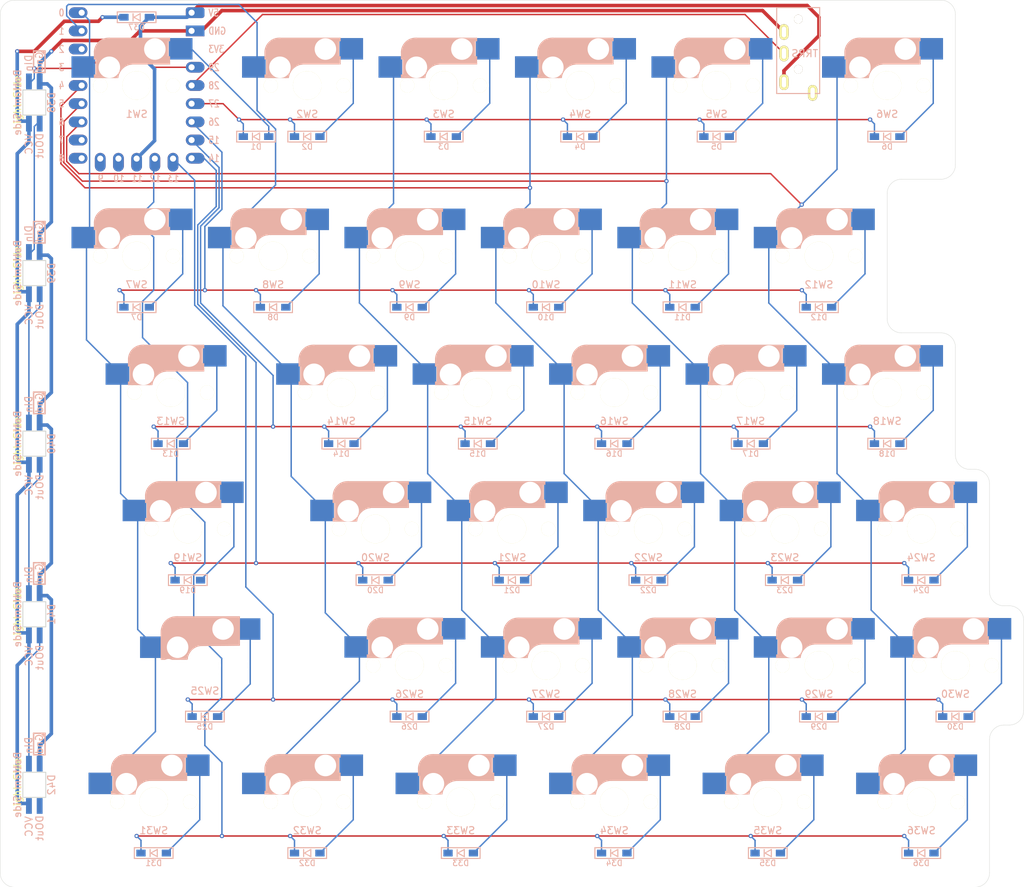
<source format=kicad_pcb>
(kicad_pcb (version 20240108) (generator "pcbnew") (generator_version "8.0")
  (layers (0 "F.Cu" signal) (31 "B.Cu" signal) (34 "B.Paste" user) (35 "F.Paste" user) (36 "B.SilkS" user "B.Silkscreen") (37 "F.SilkS" user "F.Silkscreen") (38 "B.Mask" user) (39 "F.Mask" user) (44 "Edge.Cuts" user))
  (net 0 "")
  (net 1 "row0")
  (net 2 "Net-(D1-A)")
  (net 3 "Net-(D2-A)")
  (net 4 "Net-(D3-A)")
  (net 5 "Net-(D4-A)")
  (net 6 "Net-(D5-A)")
  (net 7 "Net-(D6-A)")
  (net 8 "row1")
  (net 9 "Net-(D7-A)")
  (net 10 "Net-(D8-A)")
  (net 11 "Net-(D9-A)")
  (net 12 "Net-(D10-A)")
  (net 13 "Net-(D11-A)")
  (net 14 "Net-(D12-A)")
  (net 15 "row2")
  (net 16 "Net-(D13-A)")
  (net 17 "Net-(D14-A)")
  (net 18 "Net-(D15-A)")
  (net 19 "Net-(D16-A)")
  (net 20 "Net-(D17-A)")
  (net 21 "Net-(D18-A)")
  (net 22 "row3")
  (net 23 "Net-(D19-A)")
  (net 24 "Net-(D20-A)")
  (net 25 "Net-(D21-A)")
  (net 26 "Net-(D22-A)")
  (net 27 "Net-(D23-A)")
  (net 28 "Net-(D24-A)")
  (net 29 "row4")
  (net 30 "Net-(D25-A)")
  (net 31 "Net-(D26-A)")
  (net 32 "Net-(D27-A)")
  (net 33 "Net-(D28-A)")
  (net 34 "Net-(D29-A)")
  (net 35 "Net-(D30-A)")
  (net 36 "Net-(D31-A)")
  (net 37 "row5")
  (net 38 "Net-(D32-A)")
  (net 39 "Net-(D33-A)")
  (net 40 "Net-(D34-A)")
  (net 41 "Net-(D35-A)")
  (net 42 "Net-(D36-A)")
  (net 43 "VCC")
  (net 44 "Net-(D37-K)")
  (net 45 "GND")
  (net 47 "data")
  (net 48 "col0")
  (net 49 "col1")
  (net 50 "col2")
  (net 51 "col3")
  (net 52 "col4")
  (net 53 "col5")
  (net 55 "din")
  (net 59 "Net-(D38-DOUT)")
  (net 60 "Net-(D39-VDD)")
  (net 61 "Net-(D40-VDD)")
  (net 62 "Net-(D41-VDD)")
  (footprint "kbd_SW:CherryMX_Hotswap_1u" (layer "F.Cu") (at 100.0125 57.15)
    (property "Reference" "SW3")
    (property "Value" "SW_PUSH" (hide yes))
  )
  (footprint "kbd_SW:CherryMX_Hotswap_1u" (layer "F.Cu") (at 133.35 80.9625)
    (property "Reference" "SW11")
    (property "Value" "SW_PUSH" (hide yes))
  )
  (footprint "kbd_SW:CherryMX_Hotswap_1u" (layer "F.Cu") (at 57.15 57.15)
    (property "Reference" "SW1")
    (property "Value" "SW_PUSH" (hide yes))
  )
  (footprint "kbd_SW:CherryMX_Hotswap_2u" (layer "F.Cu") (at 66.675 138.1125)
    (property "Reference" "SW25")
    (property "Value" "SW_PUSH" (hide yes))
  )
  (footprint "kbd_Parts:Diode_SMD" (layer "F.Cu") (at 145.25625 164.30625)
    (property "Reference" "D35")
    (property "Value" "D" (hide yes))
  )
  (footprint "kbd_Parts:Diode_SMD" (layer "F.Cu") (at 133.35 145.25625)
    (property "Reference" "D28")
    (property "Value" "D" (hide yes))
  )
  (footprint "kbd_SW:CherryMX_Hotswap_1u" (layer "F.Cu") (at 90.4875 119.0625)
    (property "Reference" "SW20")
    (property "Value" "SW_PUSH" (hide yes))
  )
  (footprint "kbd_Parts:Diode_SMD" (layer "F.Cu") (at 57.15 88.10625)
    (property "Reference" "D7")
    (property "Value" "D" (hide yes))
  )
  (footprint "kbd_Hole:m2_Screw_Hole" (layer "F.Cu") (at 159.54375 147.6375)
    (property "Reference" "Ref**")
    (property "Value" "Val**")
  )
  (footprint "kbd_Parts:Diode_SMD" (layer "F.Cu") (at 119.0625 64.29375)
    (property "Reference" "D4")
    (property "Value" "D" (hide yes))
  )
  (footprint "kbd_Parts:Diode_SMD" (layer "F.Cu") (at 147.6375 126.20625)
    (property "Reference" "D23")
    (property "Value" "D" (hide yes))
  )
  (footprint "kbd_Parts:Diode_SMD" (layer "F.Cu") (at 166.6875 126.20625)
    (property "Reference" "D24")
    (property "Value" "D" (hide yes))
  )
  (footprint "kbd_Hole:m2_Screw_Hole" (layer "F.Cu") (at 42.8625 50.00625)
    (property "Reference" "Ref**")
    (property "Value" "Val**")
  )
  (footprint "kbd_SW:CherryMX_Hotswap_1u" (layer "F.Cu") (at 123.825 157.1625)
    (property "Reference" "SW34")
    (property "Value" "SW_PUSH" (hide yes))
  )
  (footprint "kbd_Parts:LED_SK6812MINI-E_BL" (layer "F.Cu") (at 42.8625 107.15625 -90)
    (property "Reference" "D40")
    (property "Value" "WS2812B")
    (fp_line (start -1.75 1.6) (end -1.75 -1.6) (stroke (width 0.12)) (layer "Edge.Cuts"))
    (fp_line (start 1.75 1.6) (end -1.75 1.6) (stroke (width 0.12)) (layer "Edge.Cuts"))
    (fp_line (start -1.75 -1.6) (end 1.75 -1.6) (stroke (width 0.12)) (layer "Edge.Cuts"))
    (fp_line (start 1.75 -1.6) (end 1.75 1.6) (stroke (width 0.12)) (layer "Edge.Cuts"))
  )
  (footprint "kbd_SW:CherryMX_Hotswap_1.5u" (layer "F.Cu") (at 61.9125 100.0125)
    (property "Reference" "SW13")
    (property "Value" "SW_PUSH" (hide yes))
  )
  (footprint "kbd_SW:CherryMX_Hotswap_1u" (layer "F.Cu") (at 161.925 57.15)
    (property "Reference" "SW6")
    (property "Value" "SW_PUSH" (hide yes))
  )
  (footprint "kbd_SW:CherryMX_Hotswap_1u" (layer "F.Cu") (at 109.5375 119.0625)
    (property "Reference" "SW21")
    (property "Value" "SW_PUSH" (hide yes))
  )
  (footprint "kbd_SW:CherryMX_Hotswap_1.25u" (layer "F.Cu") (at 102.39375 157.1625)
    (property "Reference" "SW33")
    (property "Value" "SW_PUSH" (hide yes))
  )
  (footprint "kbd_SW:CherryMX_Hotswap_1u" (layer "F.Cu") (at 123.825 100.0125)
    (property "Reference" "SW16")
    (property "Value" "SW_PUSH" (hide yes))
  )
  (footprint "kbd_SW:CherryMX_Hotswap_1u" (layer "F.Cu") (at 85.725 100.0125)
    (property "Reference" "SW14")
    (property "Value" "SW_PUSH" (hide yes))
  )
  (footprint "kbd_Parts:Diode_SMD" (layer "F.Cu") (at 95.25 88.10625)
    (property "Reference" "D9")
    (property "Value" "D" (hide yes))
  )
  (footprint "kbd_Parts:Diode_SMD" (layer "F.Cu") (at 166.6875 164.30625)
    (property "Reference" "D36")
    (property "Value" "D" (hide yes))
  )
  (footprint "kbd_Hole:m2_Screw_Hole" (layer "F.Cu") (at 42.8625 164.30625)
    (property "Reference" "Ref**")
    (property "Value" "Val**")
  )
  (footprint "kbd_SW:CherryMX_Hotswap_1u" (layer "F.Cu") (at 57.15 80.9625)
    (property "Reference" "SW7")
    (property "Value" "SW_PUSH" (hide yes))
  )
  (footprint "kbd_Parts:Diode_SMD" (layer "F.Cu") (at 61.9125 107.15625)
    (property "Reference" "D13")
    (property "Value" "D" (hide yes))
  )
  (footprint "kbd_Parts:Diode_SMD" (layer "F.Cu") (at 64.29375 126.20625)
    (property "Reference" "D19")
    (property "Value" "D" (hide yes))
  )
  (footprint "kbd_Parts:TRRS_MJ-4PP-9" (layer "F.Cu") (at 149.51875 52.3875)
    (property "Reference" "J1")
    (property "Value" "TRRS_MJ-4PP-9" (hide yes))
  )
  (footprint "kbd_Parts:Diode_SMD" (layer "F.Cu") (at 57.15 47.625)
    (property "Reference" "D37")
    (property "Value" "D" (hide yes))
  )
  (footprint "kbd_SW:CherryMX_Hotswap_1.75u" (layer "F.Cu") (at 64.29375 119.0625)
    (property "Reference" "SW19")
    (property "Value" "SW_PUSH" (hide yes))
  )
  (footprint "kbd_Hole:m2_Screw_Hole" (layer "F.Cu") (at 150.01875 69.05625)
    (property "Reference" "Ref**")
    (property "Value" "Val**")
  )
  (footprint "kbd_SW:CherryMX_Hotswap_1u" (layer "F.Cu") (at 171.45 138.1125)
    (property "Reference" "SW30")
    (property "Value" "SW_PUSH" (hide yes))
  )
  (footprint "kbd_SW:CherryMX_Hotswap_1u" (layer "F.Cu") (at 147.6375 119.0625)
    (property "Reference" "SW23")
    (property "Value" "SW_PUSH" (hide yes))
  )
  (footprint "kbd_Parts:Diode_SMD" (layer "F.Cu") (at 59.53125 164.30625)
    (property "Reference" "D31")
    (property "Value" "D" (hide yes))
  )
  (footprint "kbd_SW:CherryMX_Hotswap_1u" (layer "F.Cu") (at 119.0625 57.15)
    (property "Reference" "SW4")
    (property "Value" "SW_PUSH" (hide yes))
  )
  (footprint "kbd_Parts:Diode_SMD" (layer "F.Cu") (at 104.775 107.15625)
    (property "Reference" "D15")
    (property "Value" "D" (hide yes))
  )
  (footprint "kbd_SW:CherryMX_Hotswap_1u" (layer "F.Cu") (at 114.3 138.1125)
    (property "Reference" "SW27")
    (property "Value" "SW_PUSH" (hide yes))
  )
  (footprint "kbd_Parts:Diode_SMD" (layer "F.Cu") (at 128.5875 126.20625)
    (property "Reference" "D22")
    (property "Value" "D" (hide yes))
  )
  (footprint "askey:RP2040-Zero-TH" (layer "F.Cu") (at 57.15 57.15)
    (property "Reference" "U1" (hide yes))
    (property "Value" "RP2040-Zero" (hide yes))
  )
  (footprint "kbd_SW:CherryMX_Hotswap_1u" (layer "F.Cu") (at 133.35 138.1125)
    (property "Reference" "SW28")
    (property "Value" "SW_PUSH" (hide yes))
  )
  (footprint "kbd_SW:CherryMX_Hotswap_1u" (layer "F.Cu") (at 76.2 80.9625)
    (property "Reference" "SW8")
    (property "Value" "SW_PUSH" (hide yes))
  )
  (footprint "kbd_SW:CherryMX_Hotswap_1u" (layer "F.Cu") (at 166.6875 119.0625)
    (property "Reference" "SW24")
    (property "Value" "SW_PUSH" (hide yes))
  )
  (footprint "kbd_SW:CherryMX_Hotswap_1u" (layer "F.Cu") (at 80.9625 57.15)
    (property "Reference" "SW2")
    (property "Value" "SW_PUSH" (hide yes))
  )
  (footprint "kbd_Parts:LED_SK6812MINI-E_BL" (layer "F.Cu") (at 42.8625 130.96875 -90)
    (property "Reference" "D41")
    (property "Value" "WS2812B")
    (fp_line (start -1.75 1.6) (end -1.75 -1.6) (stroke (width 0.12)) (layer "Edge.Cuts"))
    (fp_line (start 1.75 1.6) (end -1.75 1.6) (stroke (width 0.12)) (layer "Edge.Cuts"))
    (fp_line (start -1.75 -1.6) (end 1.75 -1.6) (stroke (width 0.12)) (layer "Edge.Cuts"))
    (fp_line (start 1.75 -1.6) (end 1.75 1.6) (stroke (width 0.12)) (layer "Edge.Cuts"))
  )
  (footprint "kbd_Parts:Diode_SMD" (layer "F.Cu") (at 142.875 107.15625)
    (property "Reference" "D17")
    (property "Value" "D" (hide yes))
  )
  (footprint "kbd_Parts:Diode_SMD" (layer "F.Cu") (at 171.45 145.25625)
    (property "Reference" "D30")
    (property "Value" "D" (hide yes))
  )
  (footprint "kbd_SW:CherryMX_Hotswap_1u" (layer "F.Cu") (at 95.25 80.9625)
    (property "Reference" "SW9")
    (property "Value" "SW_PUSH" (hide yes))
  )
  (footprint "kbd_Parts:Diode_SMD" (layer "F.Cu") (at 66.675 145.25625)
    (property "Reference" "D25")
    (property "Value" "D" (hide yes))
  )
  (footprint "kbd_Parts:LED_SK6812MINI-E_BL" (layer "F.Cu") (at 42.8625 154.78125 -90)
    (property "Reference" "D42")
    (property "Value" "WS2812B")
    (fp_line (start -1.75 1.6) (end -1.75 -1.6) (stroke (width 0.12)) (layer "Edge.Cuts"))
    (fp_line (start 1.75 1.6) (end -1.75 1.6) (stroke (width 0.12)) (layer "Edge.Cuts"))
    (fp_line (start -1.75 -1.6) (end 1.75 -1.6) (stroke (width 0.12)) (layer "Edge.Cuts"))
    (fp_line (start 1.75 -1.6) (end 1.75 1.6) (stroke (width 0.12)) (layer "Edge.Cuts"))
  )
  (footprint "kbd_Parts:Diode_SMD" (layer "F.Cu") (at 133.35 88.10625)
    (property "Reference" "D11")
    (property "Value" "D" (hide yes))
  )
  (footprint "kbd_SW:CherryMX_Hotswap_1u" (layer "F.Cu") (at 161.925 100.0125)
    (property "Reference" "SW18")
    (property "Value" "SW_PUSH" (hide yes))
  )
  (footprint "kbd_Parts:Diode_SMD" (layer "F.Cu") (at 152.4 88.10625)
    (property "Reference" "D12")
    (property "Value" "D" (hide yes))
  )
  (footprint "kbd_SW:CherryMX_Hotswap_1u" (layer "F.Cu") (at 152.4 138.1125)
    (property "Reference" "SW29")
    (property "Value" "SW_PUSH" (hide yes))
  )
  (footprint "kbd_Parts:Diode_SMD" (layer "F.Cu") (at 100.0125 64.29375)
    (property "Reference" "D3")
    (property "Value" "D" (hide yes))
  )
  (footprint "kbd_Parts:Diode_SMD" (layer "F.Cu") (at 161.925 107.15625)
    (property "Reference" "D18")
    (property "Value" "D" (hide yes))
  )
  (footprint "kbd_SW:CherryMX_Hotswap_1u" (layer "F.Cu") (at 80.9625 157.1625)
    (property "Reference" "SW32")
    (property "Value" "SW_PUSH" (hide yes))
  )
  (footprint "kbd_Parts:Diode_SMD" (layer "F.Cu") (at 80.9625 164.30625)
    (property "Reference" "D32")
    (property "Value" "D" (hide yes))
  )
  (footprint "kbd_SW:CherryMX_Hotswap_1u" (layer "F.Cu") (at 166.6875 157.1625)
    (property "Reference" "SW36")
    (property "Value" "SW_PUSH" (hide yes))
  )
  (footprint "kbd_Parts:Diode_SMD" (layer "F.Cu") (at 152.4 145.25625)
    (property "Reference" "D29")
    (property "Value" "D" (hide yes))
  )
  (footprint "kbd_Parts:LED_SK6812MINI-E_BL" (layer "F.Cu") (at 42.8625 83.34375 -90)
    (property "Reference" "D39")
    (property "Value" "WS2812B")
    (fp_line (start -1.75 1.6) (end -1.75 -1.6) (stroke (width 0.12)) (layer "Edge.Cuts"))
    (fp_line (start 1.75 1.6) (end -1.75 1.6) (stroke (width 0.12)) (layer "Edge.Cuts"))
    (fp_line (start -1.75 -1.6) (end 1.75 -1.6) (stroke (width 0.12)) (layer "Edge.Cuts"))
    (fp_line (start 1.75 -1.6) (end 1.75 1.6) (stroke (width 0.12)) (layer "Edge.Cuts"))
  )
  (footprint "kbd_SW:CherryMX_Hotswap_1u" (layer "F.Cu") (at 114.3 80.9625)
    (property "Reference" "SW10")
    (property "Value" "SW_PUSH" (hide yes))
  )
  (footprint "kbd_Parts:Diode_SMD" (layer "F.Cu") (at 73.81875 64.29375)
    (property "Reference" "D1")
    (property "Value" "D" (hide yes))
  )
  (footprint "kbd_Parts:Diode_SMD" (layer "F.Cu") (at 123.825 164.30625)
    (property "Reference" "D34")
    (property "Value" "D" (hide yes))
  )
  (footprint "kbd_Parts:Diode_SMD" (layer "F.Cu") (at 102.39375 164.30625)
    (property "Reference" "D33")
    (property "Value" "D" (hide yes))
  )
  (footprint "kbd_SW:CherryMX_Hotswap_1.25u" (layer "F.Cu") (at 145.25625 157.1625)
    (property "Reference" "SW35")
    (property "Value" "SW_PUSH" (hide yes))
  )
  (footprint "kbd_Parts:Diode_SMD" (layer "F.Cu") (at 123.825 107.15625)
    (property "Reference" "D16")
    (property "Value" "D" (hide yes))
  )
  (footprint "kbd_SW:CherryMX_Hotswap_1.25u" (layer "F.Cu") (at 59.53125 157.1625)
    (property "Reference" "SW31")
    (property "Value" "SW_PUSH" (hide yes))
  )
  (footprint "kbd_SW:CherryMX_Hotswap_1u" (layer "F.Cu") (at 142.875 100.0125)
    (property "Reference" "SW17")
    (property "Value" "SW_PUSH" (hide yes))
  )
  (footprint "kbd_Parts:Diode_SMD" (layer "F.Cu") (at 80.9625 64.29375)
    (property "Reference" "D2")
    (property "Value" "D" (hide yes))
  )
  (footprint "kbd_SW:CherryMX_Hotswap_1u" (layer "F.Cu") (at 104.775 100.0125)
    (property "Reference" "SW15")
    (property "Value" "SW_PUSH" (hide yes))
  )
  (footprint "kbd_Parts:Diode_SMD" (layer "F.Cu") (at 114.3 88.10625)
    (property "Reference" "D10")
    (property "Value" "D" (hide yes))
  )
  (footprint "kbd_SW:CherryMX_Hotswap_1u" (layer "F.Cu") (at 138.1125 57.15)
    (property "Reference" "SW5")
    (property "Value" "SW_PUSH" (hide yes))
  )
  (footprint "kbd_SW:CherryMX_Hotswap_1u" (layer "F.Cu") (at 95.25 138.1125)
    (property "Reference" "SW26")
    (property "Value" "SW_PUSH" (hide yes))
  )
  (footprint "kbd_Parts:Diode_SMD" (layer "F.Cu") (at 114.3 145.25625)
    (property "Reference" "D27")
    (property "Value" "D" (hide yes))
  )
  (footprint "kbd_Parts:Diode_SMD" (layer "F.Cu") (at 85.725 107.15625)
    (property "Reference" "D14")
    (property "Value" "D" (hide yes))
  )
  (footprint "kbd_SW:CherryMX_Hotswap_1u" (layer "F.Cu") (at 152.4 80.9625)
    (property "Reference" "SW12")
    (property "Value" "SW_PUSH" (hide yes))
  )
  (footprint "kbd_Parts:Diode_SMD" (layer "F.Cu") (at 90.4875 126.20625)
    (property "Reference" "D20")
    (property "Value" "D" (hide yes))
  )
  (footprint "kbd_SW:CherryMX_Hotswap_1u" (layer "F.Cu") (at 128.5875 119.0625)
    (property "Reference" "SW22")
    (property "Value" "SW_PUSH" (hide yes))
  )
  (footprint "kbd_Parts:Diode_SMD" (layer "F.Cu") (at 76.2 88.10625)
    (property "Reference" "D8")
    (property "Value" "D" (hide yes))
  )
  (footprint "kbd_Parts:Diode_SMD" (layer "F.Cu") (at 161.925 64.29375)
    (property "Reference" "D6")
    (property "Value" "D" (hide yes))
  )
  (footprint "kbd_Parts:Diode_SMD" (layer "F.Cu") (at 138.1125 64.29375)
    (property "Reference" "D5")
    (property "Value" "D" (hide yes))
  )
  (footprint "kbd_Parts:Diode_SMD" (layer "F.Cu") (at 95.25 145.25625)
    (property "Reference" "D26")
    (property "Value" "D" (hide yes))
  )
  (footprint "kbd_Parts:LED_SK6812MINI-E_BL" (layer "F.Cu") (at 42.8625 59.53125 -90)
    (property "Reference" "D38")
    (property "Value" "WS2812B")
    (fp_line (start -1.75 1.6) (end -1.75 -1.6) (stroke (width 0.12)) (layer "Edge.Cuts"))
    (fp_line (start 1.75 1.6) (end -1.75 1.6) (stroke (width 0.12)) (layer "Edge.Cuts"))
    (fp_line (start -1.75 -1.6) (end 1.75 -1.6) (stroke (width 0.12)) (layer "Edge.Cuts"))
    (fp_line (start 1.75 -1.6) (end 1.75 1.6) (stroke (width 0.12)) (layer "Edge.Cuts"))
  )
  (footprint "kbd_Parts:Diode_SMD" (layer "F.Cu") (at 109.5375 126.20625)
    (property "Reference" "D21")
    (property "Value" "D" (hide yes))
  )
  (gr_line (start 161.925 89.6875) (end 161.925 72.2375) (stroke (width 0.05)) (layer "Edge.Cuts"))
  (gr_arc (start 173.45 110.7375) (mid 172.035786 110.151714) (end 171.45 108.7375) (stroke (width 0.05)) (layer "Edge.Cuts"))
  (gr_line (start 176.2125 127.7875) (end 176.2125 112.7375) (stroke (width 0.05)) (layer "Edge.Cuts"))
  (gr_line (start 178.975 129.7875) (end 178.2125 129.7875) (stroke (width 0.05)) (layer "Edge.Cuts"))
  (gr_arc (start 176.2125 167.06875) (mid 175.626731 168.482996) (end 174.2125 169.06875) (stroke (width 0.05)) (layer "Edge.Cuts"))
  (gr_line (start 169.45 45.24375) (end 40.1 45.24375) (stroke (width 0.05)) (layer "Edge.Cuts"))
  (gr_line (start 38.1 47.24375) (end 38.1 167.06875) (stroke (width 0.05)) (layer "Edge.Cuts"))
  (gr_arc (start 178.2125 129.7875) (mid 176.798286 129.201714) (end 176.2125 127.7875) (stroke (width 0.05)) (layer "Edge.Cuts"))
  (gr_line (start 171.45 68.2375) (end 171.45 47.24375) (stroke (width 0.05)) (layer "Edge.Cuts"))
  (gr_arc (start 40.1 169.06875) (mid 38.685786 168.482964) (end 38.1 167.06875) (stroke (width 0.05)) (layer "Edge.Cuts"))
  (gr_line (start 180.975 144.4375) (end 180.975 131.7875) (stroke (width 0.05)) (layer "Edge.Cuts"))
  (gr_arc (start 169.45 91.6875) (mid 170.864214 92.273286) (end 171.45 93.6875) (stroke (width 0.05)) (layer "Edge.Cuts"))
  (gr_arc (start 176.2125 148.4375) (mid 176.798286 147.023286) (end 178.2125 146.4375) (stroke (width 0.05)) (layer "Edge.Cuts"))
  (gr_arc (start 171.45 68.2375) (mid 170.864214 69.651714) (end 169.45 70.2375) (stroke (width 0.05)) (layer "Edge.Cuts"))
  (gr_line (start 163.925 70.2375) (end 169.45 70.2375) (stroke (width 0.05)) (layer "Edge.Cuts"))
  (gr_arc (start 163.925 91.6875) (mid 162.510786 91.101714) (end 161.925 89.6875) (stroke (width 0.05)) (layer "Edge.Cuts"))
  (gr_arc (start 161.925 72.2375) (mid 162.510786 70.823286) (end 163.925 70.2375) (stroke (width 0.05)) (layer "Edge.Cuts"))
  (gr_arc (start 169.45 45.24375) (mid 170.864196 45.829539) (end 171.45 47.24375) (stroke (width 0.05)) (layer "Edge.Cuts"))
  (gr_arc (start 38.1 47.24375) (mid 38.685786 45.829536) (end 40.1 45.24375) (stroke (width 0.05)) (layer "Edge.Cuts"))
  (gr_line (start 174.2125 110.7375) (end 173.45 110.7375) (stroke (width 0.05)) (layer "Edge.Cuts"))
  (gr_arc (start 178.975 129.7875) (mid 180.389214 130.373286) (end 180.975 131.7875) (stroke (width 0.05)) (layer "Edge.Cuts"))
  (gr_line (start 169.45 91.6875) (end 163.925 91.6875) (stroke (width 0.05)) (layer "Edge.Cuts"))
  (gr_line (start 178.2125 146.4375) (end 178.975 146.4375) (stroke (width 0.05)) (layer "Edge.Cuts"))
  (gr_line (start 176.2125 167.06875) (end 176.2125 148.4375) (stroke (width 0.05)) (layer "Edge.Cuts"))
  (gr_line (start 40.1 169.06875) (end 174.2125 169.06875) (stroke (width 0.05)) (layer "Edge.Cuts"))
  (gr_arc (start 174.2125 110.7375) (mid 175.626714 111.323286) (end 176.2125 112.7375) (stroke (width 0.05)) (layer "Edge.Cuts"))
  (gr_line (start 171.45 108.7375) (end 171.45 93.6875) (stroke (width 0.05)) (layer "Edge.Cuts"))
  (gr_arc (start 180.975 144.4375) (mid 180.389214 145.851714) (end 178.975 146.4375) (stroke (width 0.05)) (layer "Edge.Cuts"))
  (segment (start 159.54375 61.9125) (end 135.73125 61.9125) (width 0.2) (layer "F.Cu") (net 1))
  (segment (start 135.73125 61.9125) (end 116.68125 61.9125) (width 0.2) (layer "F.Cu") (net 1))
  (segment (start 116.68125 61.9125) (end 97.63125 61.9125) (width 0.2) (layer "F.Cu") (net 1))
  (segment (start 71.4375 61.9125) (end 69.215 59.69) (width 0.2) (layer "F.Cu") (net 1))
  (segment (start 69.215 59.69) (end 64.82 59.69) (width 0.2) (layer "F.Cu") (net 1))
  (segment (start 78.58125 61.9125) (end 71.4375 61.9125) (width 0.2) (layer "F.Cu") (net 1))
  (segment (start 97.63125 61.9125) (end 78.58125 61.9125) (width 0.2) (layer "F.Cu") (net 1))
  (via (at 71.4375 61.9125) (size 0.6) (drill 0.3) (layers "F.Cu" "B.Cu") (net 1))
  (via (at 159.54375 61.9125) (size 0.6) (drill 0.3) (layers "F.Cu" "B.Cu") (net 1))
  (via (at 97.63125 61.9125) (size 0.6) (drill 0.3) (layers "F.Cu" "B.Cu") (net 1))
  (via (at 116.68125 61.9125) (size 0.6) (drill 0.3) (layers "F.Cu" "B.Cu") (net 1))
  (via (at 78.58125 61.9125) (size 0.6) (drill 0.3) (layers "F.Cu" "B.Cu") (net 1))
  (via (at 135.73125 61.9125) (size 0.6) (drill 0.3) (layers "F.Cu" "B.Cu") (net 1))
  (segment (start 136.3375 64.29375) (end 136.3375 62.51875) (width 0.2) (layer "B.Cu") (net 1))
  (segment (start 72.04375 62.51875) (end 72.04375 64.29375) (width 0.2) (layer "B.Cu") (net 1))
  (segment (start 71.4375 61.9125) (end 72.04375 62.51875) (width 0.2) (layer "B.Cu") (net 1))
  (segment (start 117.2875 64.29375) (end 117.2875 62.51875) (width 0.2) (layer "B.Cu") (net 1))
  (segment (start 98.2375 64.29375) (end 98.2375 62.51875) (width 0.2) (layer "B.Cu") (net 1))
  (segment (start 98.2375 62.51875) (end 97.63125 61.9125) (width 0.2) (layer "B.Cu") (net 1))
  (segment (start 160.15 62.51875) (end 159.54375 61.9125) (width 0.2) (layer "B.Cu") (net 1))
  (segment (start 117.2875 62.51875) (end 116.68125 61.9125) (width 0.2) (layer "B.Cu") (net 1))
  (segment (start 136.3375 62.51875) (end 135.73125 61.9125) (width 0.2) (layer "B.Cu") (net 1))
  (segment (start 79.1875 64.29375) (end 79.1875 62.51875) (width 0.2) (layer "B.Cu") (net 1))
  (segment (start 160.15 64.29375) (end 160.15 62.51875) (width 0.2) (layer "B.Cu") (net 1))
  (segment (start 79.1875 62.51875) (end 78.58125 61.9125) (width 0.2) (layer "B.Cu") (net 1))
  (segment (start 75.59375 62.848826) (end 75.59375 64.29375) (width 0.2) (layer "B.Cu") (net 2))
  (segment (start 62.85 52.03) (end 64.774924 52.03) (width 0.2) (layer "B.Cu") (net 2))
  (segment (start 64.774924 52.03) (end 75.59375 62.848826) (width 0.2) (layer "B.Cu") (net 2))
  (segment (start 87.3925 52.76) (end 87.3925 59.63875) (width 0.2) (layer "B.Cu") (net 3))
  (segment (start 87.3925 59.63875) (end 82.7375 64.29375) (width 0.2) (layer "B.Cu") (net 3))
  (segment (start 86.6625 52.03) (end 87.3925 52.76) (width 0.2) (layer "B.Cu") (net 3))
  (segment (start 106.4425 59.63875) (end 101.7875 64.29375) (width 0.2) (layer "B.Cu") (net 4))
  (segment (start 105.7125 52.03) (end 106.4425 52.76) (width 0.2) (layer "B.Cu") (net 4))
  (segment (start 106.4425 52.76) (end 106.4425 59.63875) (width 0.2) (layer "B.Cu") (net 4))
  (segment (start 125.4925 59.63875) (end 120.8375 64.29375) (width 0.2) (layer "B.Cu") (net 5))
  (segment (start 125.4925 52.76) (end 125.4925 59.63875) (width 0.2) (layer "B.Cu") (net 5))
  (segment (start 124.7625 52.03) (end 125.4925 52.76) (width 0.2) (layer "B.Cu") (net 5))
  (segment (start 144.5425 52.76) (end 144.5425 59.63875) (width 0.2) (layer "B.Cu") (net 6))
  (segment (start 144.5425 59.63875) (end 139.8875 64.29375) (width 0.2) (layer "B.Cu") (net 6))
  (segment (start 143.8125 52.03) (end 144.5425 52.76) (width 0.2) (layer "B.Cu") (net 6))
  (segment (start 168.355 52.76) (end 168.355 59.63875) (width 0.2) (layer "B.Cu") (net 7))
  (segment (start 168.355 59.63875) (end 163.7 64.29375) (width 0.2) (layer "B.Cu") (net 7))
  (segment (start 167.625 52.03) (end 168.355 52.76) (width 0.2) (layer "B.Cu") (net 7))
  (segment (start 130.96875 85.725) (end 150.01875 85.725) (width 0.2) (layer "F.Cu") (net 8))
  (segment (start 54.76875 85.725) (end 66.675 85.725) (width 0.2) (layer "F.Cu") (net 8))
  (segment (start 111.91875 85.725) (end 130.96875 85.725) (width 0.2) (layer "F.Cu") (net 8))
  (segment (start 92.86875 85.725) (end 111.91875 85.725) (width 0.2) (layer "F.Cu") (net 8))
  (segment (start 66.675 85.725) (end 73.81875 85.725) (width 0.2) (layer "F.Cu") (net 8))
  (segment (start 73.81875 85.725) (end 92.86875 85.725) (width 0.2) (layer "F.Cu") (net 8))
  (via (at 92.86875 85.725) (size 0.6) (drill 0.3) (layers "F.Cu" "B.Cu") (net 8))
  (via (at 73.81875 85.725) (size 0.6) (drill 0.3) (layers "F.Cu" "B.Cu") (net 8))
  (via (at 66.675 85.725) (size 0.6) (drill 0.3) (layers "F.Cu" "B.Cu") (net 8))
  (via (at 54.76875 85.725) (size 0.6) (drill 0.3) (layers "F.Cu" "B.Cu") (net 8))
  (via (at 111.91875 85.725) (size 0.6) (drill 0.3) (layers "F.Cu" "B.Cu") (net 8))
  (via (at 150.01875 85.725) (size 0.6) (drill 0.3) (layers "F.Cu" "B.Cu") (net 8))
  (via (at 130.96875 85.725) (size 0.6) (drill 0.3) (layers "F.Cu" "B.Cu") (net 8))
  (segment (start 131.575 86.33125) (end 130.96875 85.725) (width 0.2) (layer "B.Cu") (net 8))
  (segment (start 74.425 88.10625) (end 74.425 86.33125) (width 0.2) (layer "B.Cu") (net 8))
  (segment (start 69.05625 66.46625) (end 69.05625 74.44625) (width 0.2) (layer "B.Cu") (net 8))
  (segment (start 112.525 88.10625) (end 112.525 86.33125) (width 0.2) (layer "B.Cu") (net 8))
  (segment (start 150.625 86.33125) (end 150.625 88.10625) (width 0.2) (layer "B.Cu") (net 8))
  (segment (start 64.82 62.23) (end 69.05625 66.46625) (width 0.2) (layer "B.Cu") (net 8))
  (segment (start 74.425 86.33125) (end 73.81875 85.725) (width 0.2) (layer "B.Cu") (net 8))
  (segment (start 54.76875 85.725) (end 55.375 86.33125) (width 0.2) (layer "B.Cu") (net 8))
  (segment (start 93.475 88.10625) (end 93.475 86.33125) (width 0.2) (layer "B.Cu") (net 8))
  (segment (start 131.575 88.10625) (end 131.575 86.33125) (width 0.2) (layer "B.Cu") (net 8))
  (segment (start 93.475 86.33125) (end 92.86875 85.725) (width 0.2) (layer "B.Cu") (net 8))
  (segment (start 55.375 86.33125) (end 55.375 88.10625) (width 0.2) (layer "B.Cu") (net 8))
  (segment (start 112.525 86.33125) (end 111.91875 85.725) (width 0.2) (layer "B.Cu") (net 8))
  (segment (start 66.675 76.8275) (end 66.675 85.725) (width 0.2) (layer "B.Cu") (net 8))
  (segment (start 150.01875 85.725) (end 150.625 86.33125) (width 0.2) (layer "B.Cu") (net 8))
  (segment (start 69.05625 74.44625) (end 66.675 76.8275) (width 0.2) (layer "B.Cu") (net 8))
  (segment (start 63.58 83.45125) (end 58.925 88.10625) (width 0.2) (layer "B.Cu") (net 9))
  (segment (start 62.85 75.8425) (end 63.58 76.5725) (width 0.2) (layer "B.Cu") (net 9))
  (segment (start 63.58 76.5725) (end 63.58 83.45125) (width 0.2) (layer "B.Cu") (net 9))
  (segment (start 82.63 76.5725) (end 82.63 83.45125) (width 0.2) (layer "B.Cu") (net 10))
  (segment (start 81.9 75.8425) (end 82.63 76.5725) (width 0.2) (layer "B.Cu") (net 10))
  (segment (start 82.63 83.45125) (end 77.975 88.10625) (width 0.2) (layer "B.Cu") (net 10))
  (segment (start 101.68 76.5725) (end 101.68 83.45125) (width 0.2) (layer "B.Cu") (net 11))
  (segment (start 100.95 75.8425) (end 101.68 76.5725) (width 0.2) (layer "B.Cu") (net 11))
  (segment (start 101.68 83.45125) (end 97.025 88.10625) (width 0.2) (layer "B.Cu") (net 11))
  (segment (start 120.73 76.5725) (end 120.73 83.45125) (width 0.2) (layer "B.Cu") (net 12))
  (segment (start 120.73 83.45125) (end 116.075 88.10625) (width 0.2) (layer "B.Cu") (net 12))
  (segment (start 120 75.8425) (end 120.73 76.5725) (width 0.2) (layer "B.Cu") (net 12))
  (segment (start 139.05 75.8425) (end 139.78 76.5725) (width 0.2) (layer "B.Cu") (net 13))
  (segment (start 139.78 76.5725) (end 139.78 83.45125) (width 0.2) (layer "B.Cu") (net 13))
  (segment (start 139.78 83.45125) (end 135.125 88.10625) (width 0.2) (layer "B.Cu") (net 13))
  (segment (start 158.83 83.45125) (end 154.175 88.10625) (width 0.2) (layer "B.Cu") (net 14))
  (segment (start 158.1 75.8425) (end 158.83 76.5725) (width 0.2) (layer "B.Cu") (net 14))
  (segment (start 158.83 76.5725) (end 158.83 83.45125) (width 0.2) (layer "B.Cu") (net 14))
  (segment (start 83.34375 104.775) (end 102.39375 104.775) (width 0.2) (layer "F.Cu") (net 15))
  (segment (start 102.39375 104.775) (end 121.44375 104.775) (width 0.2) (layer "F.Cu") (net 15))
  (segment (start 59.53125 104.775) (end 76.2 104.775) (width 0.2) (layer "F.Cu") (net 15))
  (segment (start 76.2 104.775) (end 83.34375 104.775) (width 0.2) (layer "F.Cu") (net 15))
  (segment (start 140.49375 104.775) (end 159.54375 104.775) (width 0.2) (layer "F.Cu") (net 15))
  (segment (start 121.44375 104.775) (end 140.49375 104.775) (width 0.2) (layer "F.Cu") (net 15))
  (via (at 140.49375 104.775) (size 0.6) (drill 0.3) (layers "F.Cu" "B.Cu") (net 15))
  (via (at 121.44375 104.775) (size 0.6) (drill 0.3) (layers "F.Cu" "B.Cu") (net 15))
  (via (at 76.2 104.775) (size 0.6) (drill 0.3) (layers "F.Cu" "B.Cu") (net 15))
  (via (at 83.34375 104.775) (size 0.6) (drill 0.3) (layers "F.Cu" "B.Cu") (net 15))
  (via (at 102.39375 104.775) (size 0.6) (drill 0.3) (layers "F.Cu" "B.Cu") (net 15))
  (via (at 59.53125 104.775) (size 0.6) (drill 0.3) (layers "F.Cu" "B.Cu") (net 15))
  (via (at 159.54375 104.775) (size 0.6) (drill 0.3) (layers "F.Cu" "B.Cu") (net 15))
  (segment (start 160.15 105.38125) (end 160.15 107.15625) (width 0.2) (layer "B.Cu") (net 15))
  (segment (start 103 107.15625) (end 103 105.38125) (width 0.2) (layer "B.Cu") (net 15))
  (segment (start 83.95 105.38125) (end 83.34375 104.775) (width 0.2) (layer "B.Cu") (net 15))
  (segment (start 141.1 107.15625) (end 141.1 105.38125) (width 0.2) (layer "B.Cu") (net 15))
  (segment (start 60.1375 105.38125) (end 59.53125 104.775) (width 0.2) (layer "B.Cu") (net 15))
  (segment (start 122.05 105.38125) (end 121.44375 104.775) (width 0.2) (layer "B.Cu") (net 15))
  (segment (start 141.1 105.38125) (end 140.49375 104.775) (width 0.2) (layer "B.Cu") (net 15))
  (segment (start 83.95 107.15625) (end 83.95 105.38125) (width 0.2) (layer "B.Cu") (net 15))
  (segment (start 159.54375 104.775) (end 160.15 105.38125) (width 0.2) (layer "B.Cu") (net 15))
  (segment (start 68.65625 68.60625) (end 64.82 64.77) (width 0.2) (layer "B.Cu") (net 15))
  (segment (start 76.2 104.775) (end 76.2 97.63125) (width 0.2) (layer "B.Cu") (net 15))
  (segment (start 122.05 107.15625) (end 122.05 105.38125) (width 0.2) (layer "B.Cu") (net 15))
  (segment (start 76.2 97.63125) (end 66.075 87.50625) (width 0.2) (layer "B.Cu") (net 15))
  (segment (start 103 105.38125) (end 102.39375 104.775) (width 0.2) (layer "B.Cu") (net 15))
  (segment (start 66.075 87.50625) (end 66.075 76.8) (width 0.2) (layer "B.Cu") (net 15))
  (segment (start 66.075 76.8) (end 68.65625 74.21875) (width 0.2) (layer "B.Cu") (net 15))
  (segment (start 68.65625 74.21875) (end 68.65625 68.60625) (width 0.2) (layer "B.Cu") (net 15))
  (segment (start 60.1375 107.15625) (end 60.1375 105.38125) (width 0.2) (layer "B.Cu") (net 15))
  (segment (start 67.6125 94.8925) (end 68.3425 95.6225) (width 0.2) (layer "B.Cu") (net 16))
  (segment (start 68.3425 95.6225) (end 68.3425 102.50125) (width 0.2) (layer "B.Cu") (net 16))
  (segment (start 68.3425 102.50125) (end 63.6875 107.15625) (width 0.2) (layer "B.Cu") (net 16))
  (segment (start 92.155 95.6225) (end 92.155 102.50125) (width 0.2) (layer "B.Cu") (net 17))
  (segment (start 92.155 102.50125) (end 87.5 107.15625) (width 0.2) (layer "B.Cu") (net 17))
  (segment (start 91.425 94.8925) (end 92.155 95.6225) (width 0.2) (layer "B.Cu") (net 17))
  (segment (start 110.475 94.8925) (end 111.205 95.6225) (width 0.2) (layer "B.Cu") (net 18))
  (segment (start 111.205 102.50125) (end 106.55 107.15625) (width 0.2) (layer "B.Cu") (net 18))
  (segment (start 111.205 95.6225) (end 111.205 102.50125) (width 0.2) (layer "B.Cu") (net 18))
  (segment (start 129.525 94.8925) (end 130.255 95.6225) (width 0.2) (layer "B.Cu") (net 19))
  (segment (start 130.255 102.50125) (end 125.6 107.15625) (width 0.2) (layer "B.Cu") (net 19))
  (segment (start 130.255 95.6225) (end 130.255 102.50125) (width 0.2) (layer "B.Cu") (net 19))
  (segment (start 148.575 94.8925) (end 149.305 95.6225) (width 0.2) (layer "B.Cu") (net 20))
  (segment (start 149.305 95.6225) (end 149.305 102.50125) (width 0.2) (layer "B.Cu") (net 20))
  (segment (start 149.305 102.50125) (end 144.65 107.15625) (width 0.2) (layer "B.Cu") (net 20))
  (segment (start 167.625 94.8925) (end 168.355 95.6225) (width 0.2) (layer "B.Cu") (net 21))
  (segment (start 168.355 102.50125) (end 163.7 107.15625) (width 0.2) (layer "B.Cu") (net 21))
  (segment (start 168.355 95.6225) (end 168.355 102.50125) (width 0.2) (layer "B.Cu") (net 21))
  (segment (start 73.81875 123.825) (end 88.10625 123.825) (width 0.2) (layer "F.Cu") (net 22))
  (segment (start 145.25625 123.825) (end 164.30625 123.825) (width 0.2) (layer "F.Cu") (net 22))
  (segment (start 61.9125 123.825) (end 73.81875 123.825) (width 0.2) (layer "F.Cu") (net 22))
  (segment (start 126.20625 123.825) (end 145.25625 123.825) (width 0.2) (layer "F.Cu") (net 22))
  (segment (start 107.15625 123.825) (end 126.20625 123.825) (width 0.2) (layer "F.Cu") (net 22))
  (segment (start 88.10625 123.825) (end 107.15625 123.825) (width 0.2) (layer "F.Cu") (net 22))
  (via (at 126.20625 123.825) (size 0.6) (drill 0.3) (layers "F.Cu" "B.Cu") (net 22))
  (via (at 61.9125 123.825) (size 0.6) (drill 0.3) (layers "F.Cu" "B.Cu") (net 22))
  (via (at 164.30625 123.825) (size 0.6) (drill 0.3) (layers "F.Cu" "B.Cu") (net 22))
  (via (at 88.10625 123.825) (size 0.6) (drill 0.3) (layers "F.Cu" "B.Cu") (net 22))
  (via (at 73.81875 123.825) (size 0.6) (drill 0.3) (layers "F.Cu" "B.Cu") (net 22))
  (via (at 145.25625 123.825) (size 0.6) (drill 0.3) (layers "F.Cu" "B.Cu") (net 22))
  (via (at 107.15625 123.825) (size 0.6) (drill 0.3) (layers "F.Cu" "B.Cu") (net 22))
  (segment (start 145.8625 124.43125) (end 145.25625 123.825) (width 0.2) (layer "B.Cu") (net 22))
  (segment (start 88.7125 126.20625) (end 88.7125 124.43125) (width 0.2) (layer "B.Cu") (net 22))
  (segment (start 62.51875 126.20625) (end 62.51875 124.43125) (width 0.2) (layer "B.Cu") (net 22))
  (segment (start 126.8125 126.20625) (end 126.8125 124.43125) (width 0.2) (layer "B.Cu") (net 22))
  (segment (start 64.82 67.31) (end 66.555686 67.31) (width 0.2) (layer "B.Cu") (net 22))
  (segment (start 126.8125 124.43125) (end 126.20625 123.825) (width 0.2) (layer "B.Cu") (net 22))
  (segment (start 62.51875 124.43125) (end 61.9125 123.825) (width 0.2) (layer "B.Cu") (net 22))
  (segment (start 164.9125 124.43125) (end 164.9125 126.20625) (width 0.2) (layer "B.Cu") (net 22))
  (segment (start 73.81875 95.815685) (end 73.81875 123.825) (width 0.2) (layer "B.Cu") (net 22))
  (segment (start 68.25625 74.053064) (end 65.675 76.634314) (width 0.2) (layer "B.Cu") (net 22))
  (segment (start 164.30625 123.825) (end 164.9125 124.43125) (width 0.2) (layer "B.Cu") (net 22))
  (segment (start 68.25625 69.010564) (end 68.25625 74.053064) (width 0.2) (layer "B.Cu") (net 22))
  (segment (start 107.7625 126.20625) (end 107.7625 124.43125) (width 0.2) (layer "B.Cu") (net 22))
  (segment (start 65.909315 87.90625) (end 73.81875 95.815685) (width 0.2) (layer "B.Cu") (net 22))
  (segment (start 107.7625 124.43125) (end 107.15625 123.825) (width 0.2) (layer "B.Cu") (net 22))
  (segment (start 65.675 87.671936) (end 65.909315 87.90625) (width 0.2) (layer "B.Cu") (net 22))
  (segment (start 145.8625 126.20625) (end 145.8625 124.43125) (width 0.2) (layer "B.Cu") (net 22))
  (segment (start 88.7125 124.43125) (end 88.10625 123.825) (width 0.2) (layer "B.Cu") (net 22))
  (segment (start 66.555686 67.31) (end 68.25625 69.010564) (width 0.2) (layer "B.Cu") (net 22))
  (segment (start 65.675 76.634314) (end 65.675 87.671936) (width 0.2) (layer "B.Cu") (net 22))
  (segment (start 69.99375 113.9425) (end 70.72375 114.6725) (width 0.2) (layer "B.Cu") (net 23))
  (segment (start 70.72375 121.55125) (end 66.06875 126.20625) (width 0.2) (layer "B.Cu") (net 23))
  (segment (start 70.72375 114.6725) (end 70.72375 121.55125) (width 0.2) (layer "B.Cu") (net 23))
  (segment (start 96.9175 121.55125) (end 92.2625 126.20625) (width 0.2) (layer "B.Cu") (net 24))
  (segment (start 96.9175 114.6725) (end 96.9175 121.55125) (width 0.2) (layer "B.Cu") (net 24))
  (segment (start 96.1875 113.9425) (end 96.9175 114.6725) (width 0.2) (layer "B.Cu") (net 24))
  (segment (start 115.9675 121.55125) (end 111.3125 126.20625) (width 0.2) (layer "B.Cu") (net 25))
  (segment (start 115.9675 114.6725) (end 115.9675 121.55125) (width 0.2) (layer "B.Cu") (net 25))
  (segment (start 115.2375 113.9425) (end 115.9675 114.6725) (width 0.2) (layer "B.Cu") (net 25))
  (segment (start 135.0175 121.55125) (end 130.3625 126.20625) (width 0.2) (layer "B.Cu") (net 26))
  (segment (start 134.2875 113.9425) (end 135.0175 114.6725) (width 0.2) (layer "B.Cu") (net 26))
  (segment (start 135.0175 114.6725) (end 135.0175 121.55125) (width 0.2) (layer "B.Cu") (net 26))
  (segment (start 153.3375 113.9425) (end 154.0675 114.6725) (width 0.2) (layer "B.Cu") (net 27))
  (segment (start 154.0675 114.6725) (end 154.0675 121.55125) (width 0.2) (layer "B.Cu") (net 27))
  (segment (start 154.0675 121.55125) (end 149.4125 126.20625) (width 0.2) (layer "B.Cu") (net 27))
  (segment (start 173.1175 121.55125) (end 168.4625 126.20625) (width 0.2) (layer "B.Cu") (net 28))
  (segment (start 173.1175 114.6725) (end 173.1175 121.55125) (width 0.2) (layer "B.Cu") (net 28))
  (segment (start 172.3875 113.9425) (end 173.1175 114.6725) (width 0.2) (layer "B.Cu") (net 28))
  (segment (start 130.96875 142.875) (end 150.01875 142.875) (width 0.2) (layer "F.Cu") (net 29))
  (segment (start 150.01875 142.875) (end 169.06875 142.875) (width 0.2) (layer "F.Cu") (net 29))
  (segment (start 111.91875 142.875) (end 130.96875 142.875) (width 0.2) (layer "F.Cu") (net 29))
  (segment (start 92.86875 142.875) (end 111.91875 142.875) (width 0.2) (layer "F.Cu") (net 29))
  (segment (start 64.29375 142.875) (end 76.2 142.875) (width 0.2) (layer "F.Cu") (net 29))
  (segment (start 76.2 142.875) (end 92.86875 142.875) (width 0.2) (layer "F.Cu") (net 29))
  (via (at 64.29375 142.875) (size 0.6) (drill 0.3) (layers "F.Cu" "B.Cu") (net 29))
  (via (at 130.96875 142.875) (size 0.6) (drill 0.3) (layers "F.Cu" "B.Cu") (net 29))
  (via (at 169.06875 142.875) (size 0.6) (drill 0.3) (layers "F.Cu" "B.Cu") (net 29))
  (via (at 92.86875 142.875) (size 0.6) (drill 0.3) (layers "F.Cu" "B.Cu") (net 29))
  (via (at 76.2 142.875) (size 0.6) (drill 0.3) (layers "F.Cu" "B.Cu") (net 29))
  (via (at 150.01875 142.875) (size 0.6) (drill 0.3) (layers "F.Cu" "B.Cu") (net 29))
  (via (at 111.91875 142.875) (size 0.6) (drill 0.3) (layers "F.Cu" "B.Cu") (net 29))
  (segment (start 131.575 145.25625) (end 131.575 143.48125) (width 0.2) (layer "B.Cu") (net 29))
  (segment (start 72.39375 94.95637) (end 72.39375 127.1625) (width 0.2) (layer "B.Cu") (net 29))
  (segment (start 131.575 143.48125) (end 130.96875 142.875) (width 0.2) (layer "B.Cu") (net 29))
  (segment (start 72.39375 127.1625) (end 76.2 130.96875) (width 0.2) (layer "B.Cu") (net 29))
  (segment (start 112.525 143.48125) (end 111.91875 142.875) (width 0.2) (layer "B.Cu") (net 29))
  (segment (start 64.9 143.48125) (end 64.29375 142.875) (width 0.2) (layer "B.Cu") (net 29))
  (segment (start 169.675 143.48125) (end 169.675 145.25625) (width 0.2) (layer "B.Cu") (net 29))
  (segment (start 150.625 145.25625) (end 150.625 143.48125) (width 0.2) (layer "B.Cu") (net 29))
  (segment (start 93.475 143.48125) (end 92.86875 142.875) (width 0.2) (layer "B.Cu") (net 29))
  (segment (start 65.25 87.81262) (end 72.39375 94.95637) (width 0.2) (layer "B.Cu") (net 29))
  (segment (start 65.25 70.38) (end 65.25 87.81262) (width 0.2) (layer "B.Cu") (net 29))
  (segment (start 62.23 67.36) (end 65.25 70.38) (width 0.2) (layer "B.Cu") (net 29))
  (segment (start 76.2 130.96875) (end 76.2 142.875) (width 0.2) (layer "B.Cu") (net 29))
  (segment (start 112.525 145.25625) (end 112.525 143.48125) (width 0.2) (layer "B.Cu") (net 29))
  (segment (start 169.06875 142.875) (end 169.675 143.48125) (width 0.2) (layer "B.Cu") (net 29))
  (segment (start 150.625 143.48125) (end 150.01875 142.875) (width 0.2) (layer "B.Cu") (net 29))
  (segment (start 93.475 145.25625) (end 93.475 143.48125) (width 0.2) (layer "B.Cu") (net 29))
  (segment (start 64.9 145.25625) (end 64.9 143.48125) (width 0.2) (layer "B.Cu") (net 29))
  (segment (start 73.005 133.7625) (end 73.005 140.70125) (width 0.2) (layer "B.Cu") (net 30))
  (segment (start 72.275 133.0325) (end 73.005 133.7625) (width 0.2) (layer "B.Cu") (net 30))
  (segment (start 73.005 140.70125) (end 68.45 145.25625) (width 0.2) (layer "B.Cu") (net 30))
  (segment (start 100.95 132.9925) (end 101.68 133.7225) (width 0.2) (layer "B.Cu") (net 31))
  (segment (start 101.68 140.60125) (end 97.025 145.25625) (width 0.2) (layer "B.Cu") (net 31))
  (segment (start 101.68 133.7225) (end 101.68 140.60125) (width 0.2) (layer "B.Cu") (net 31))
  (segment (start 120 132.9925) (end 120.73 133.7225) (width 0.2) (layer "B.Cu") (net 32))
  (segment (start 120.73 140.60125) (end 116.075 145.25625) (width 0.2) (layer "B.Cu") (net 32))
  (segment (start 120.73 133.7225) (end 120.73 140.60125) (width 0.2) (layer "B.Cu") (net 32))
  (segment (start 139.05 132.9925) (end 139.78 133.7225) (width 0.2) (layer "B.Cu") (net 33))
  (segment (start 139.78 133.7225) (end 139.78 140.60125) (width 0.2) (layer "B.Cu") (net 33))
  (segment (start 139.78 140.60125) (end 135.125 145.25625) (width 0.2) (layer "B.Cu") (net 33))
  (segment (start 158.83 140.60125) (end 154.175 145.25625) (width 0.2) (layer "B.Cu") (net 34))
  (segment (start 158.83 133.7225) (end 158.83 140.60125) (width 0.2) (layer "B.Cu") (net 34))
  (segment (start 158.1 132.9925) (end 158.83 133.7225) (width 0.2) (layer "B.Cu") (net 34))
  (segment (start 177.88 133.7225) (end 177.88 140.60125) (width 0.2) (layer "B.Cu") (net 35))
  (segment (start 177.15 132.9925) (end 177.88 133.7225) (width 0.2) (layer "B.Cu") (net 35))
  (segment (start 177.88 140.60125) (end 173.225 145.25625) (width 0.2) (layer "B.Cu") (net 35))
  (segment (start 65.96125 159.65125) (end 61.30625 164.30625) (width 0.2) (layer "B.Cu") (net 36))
  (segment (start 65.96125 152.7725) (end 65.96125 159.65125) (width 0.2) (layer "B.Cu") (net 36))
  (segment (start 65.23125 152.0425) (end 65.96125 152.7725) (width 0.2) (layer "B.Cu") (net 36))
  (segment (start 57.15 161.925) (end 69.05625 161.925) (width 0.2) (layer "F.Cu") (net 37))
  (segment (start 78.58125 161.925) (end 100.0125 161.925) (width 0.2) (layer "F.Cu") (net 37))
  (segment (start 142.875 161.925) (end 164.30625 161.925) (width 0.2) (layer "F.Cu") (net 37))
  (segment (start 100.0125 161.925) (end 121.44375 161.925) (width 0.2) (layer "F.Cu") (net 37))
  (segment (start 121.44375 161.925) (end 142.875 161.925) (width 0.2) (layer "F.Cu") (net 37))
  (segment (start 69.05625 161.925) (end 78.58125 161.925) (width 0.2) (layer "F.Cu") (net 37))
  (via (at 142.875 161.925) (size 0.6) (drill 0.3) (layers "F.Cu" "B.Cu") (net 37))
  (via (at 164.30625 161.925) (size 0.6) (drill 0.3) (layers "F.Cu" "B.Cu") (net 37))
  (via (at 78.58125 161.925) (size 0.6) (drill 0.3) (layers "F.Cu" "B.Cu") (net 37))
  (via (at 57.15 161.925) (size 0.6) (drill 0.3) (layers "F.Cu" "B.Cu") (net 37))
  (via (at 100.0125 161.925) (size 0.6) (drill 0.3) (layers "F.Cu" "B.Cu") (net 37))
  (via (at 69.05625 161.925) (size 0.6) (drill 0.3) (layers "F.Cu" "B.Cu") (net 37))
  (via (at 121.44375 161.925) (size 0.6) (drill 0.3) (layers "F.Cu" "B.Cu") (net 37))
  (segment (start 64.2625 98.6325) (end 64.2625 104.80625) (width 0.2) (layer "B.Cu") (net 37))
  (segment (start 59.53125 78.340045) (end 59.53125 85.725) (width 0.2) (layer "B.Cu") (net 37))
  (segment (start 164.9125 162.53125) (end 164.30625 161.925) (width 0.2) (layer "B.Cu") (net 37))
  (segment (start 62.7375 106.33125) (end 62.7375 114.182848) (width 0.2) (layer "B.Cu") (net 37))
  (segment (start 66.675 144.960267) (end 66.675 149.28625) (width 0.2) (layer "B.Cu") (net 37))
  (segment (start 122.05 162.53125) (end 121.44375 161.925) (width 0.2) (layer "B.Cu") (net 37))
  (segment (start 59.53125 85.725) (end 57.975 87.28125) (width 0.2) (layer "B.Cu") (net 37))
  (segment (start 57.75625 164.30625) (end 57.75625 162.53125) (width 0.2) (layer "B.Cu") (net 37))
  (segment (start 143.48125 164.30625) (end 143.48125 162.53125) (width 0.2) (layer "B.Cu") (net 37))
  (segment (start 57.84 76.648795) (end 59.53125 78.340045) (width 0.2) (layer "B.Cu") (net 37))
  (segment (start 66.675 118.120348) (end 66.675 123.875) (width 0.2) (layer "B.Cu") (net 37))
  (segment (start 59.53125 73.424955) (end 57.84 75.116205) (width 0.2) (layer "B.Cu") (net 37))
  (segment (start 69.025 137.139098) (end 69.025 142.610267) (width 0.2) (layer "B.Cu") (net 37))
  (segment (start 79.1875 164.30625) (end 79.1875 162.53125) (width 0.2) (layer "B.Cu") (net 37))
  (segment (start 65.11875 133.232848) (end 69.025 137.139098) (width 0.2) (layer "B.Cu") (net 37))
  (segment (start 65.11875 125.43125) (end 65.11875 133.232848) (width 0.2) (layer "B.Cu") (net 37))
  (segment (start 57.975 92.345) (end 64.2625 98.6325) (width 0.2) (layer "B.Cu") (net 37))
  (segment (start 164.9125 164.30625) (end 164.9125 162.53125) (width 0.2) (layer "B.Cu") (net 37))
  (segment (start 59.69 67.36) (end 59.53125 67.51875) (width 0.2) (layer "B.Cu") (net 37))
  (segment (start 62.7375 114.182848) (end 66.675 118.120348) (width 0.2) (layer "B.Cu") (net 37))
  (segment (start 66.675 149.28625) (end 69.05625 151.6675) (width 0.2) (layer "B.Cu") (net 37))
  (segment (start 57.84 75.116205) (end 57.84 76.648795) (width 0.2) (layer "B.Cu") (net 37))
  (segment (start 122.05 164.30625) (end 122.05 162.53125) (width 0.2) (layer "B.Cu") (net 37))
  (segment (start 79.1875 162.53125) (end 78.58125 161.925) (width 0.2) (layer "B.Cu") (net 37))
  (segment (start 64.2625 104.80625) (end 62.7375 106.33125) (width 0.2) (layer "B.Cu") (net 37))
  (segment (start 143.48125 162.53125) (end 142.875 161.925) (width 0.2) (layer "B.Cu") (net 37))
  (segment (start 59.53125 67.51875) (end 59.53125 73.424955) (width 0.2) (layer "B.Cu") (net 37))
  (segment (start 100.61875 164.30625) (end 100.61875 162.53125) (width 0.2) (layer "B.Cu") (net 37))
  (segment (start 69.025 142.610267) (end 66.675 144.960267) (width 0.2) (layer "B.Cu") (net 37))
  (segment (start 57.75625 162.53125) (end 57.15 161.925) (width 0.2) (layer "B.Cu") (net 37))
  (segment (start 100.61875 162.53125) (end 100.0125 161.925) (width 0.2) (layer "B.Cu") (net 37))
  (segment (start 66.675 123.875) (end 65.11875 125.43125) (width 0.2) (layer "B.Cu") (net 37))
  (segment (start 69.05625 151.6675) (end 69.05625 161.925) (width 0.2) (layer "B.Cu") (net 37))
  (segment (start 57.975 87.28125) (end 57.975 92.345) (width 0.2) (layer "B.Cu") (net 37))
  (segment (start 87.3925 152.7725) (end 87.3925 159.65125) (width 0.2) (layer "B.Cu") (net 38))
  (segment (start 87.3925 159.65125) (end 82.7375 164.30625) (width 0.2) (layer "B.Cu") (net 38))
  (segment (start 86.6625 152.0425) (end 87.3925 152.7725) (width 0.2) (layer "B.Cu") (net 38))
  (segment (start 108.82375 152.7725) (end 108.82375 159.65125) (width 0.2) (layer "B.Cu") (net 39))
  (segment (start 108.09375 152.0425) (end 108.82375 152.7725) (width 0.2) (layer "B.Cu") (net 39))
  (segment (start 108.82375 159.65125) (end 104.16875 164.30625) (width 0.2) (layer "B.Cu") (net 39))
  (segment (start 130.255 159.65125) (end 125.6 164.30625) (width 0.2) (layer "B.Cu") (net 40))
  (segment (start 130.255 152.7725) (end 130.255 159.65125) (width 0.2) (layer "B.Cu") (net 40))
  (segment (start 129.525 152.0425) (end 130.255 152.7725) (width 0.2) (layer "B.Cu") (net 40))
  (segment (start 151.68625 159.65125) (end 147.03125 164.30625) (width 0.2) (layer "B.Cu") (net 41))
  (segment (start 151.68625 152.7725) (end 151.68625 159.65125) (width 0.2) (layer "B.Cu") (net 41))
  (segment (start 150.95625 152.0425) (end 151.68625 152.7725) (width 0.2) (layer "B.Cu") (net 41))
  (segment (start 172.3875 152.0425) (end 173.1175 152.7725) (width 0.2) (layer "B.Cu") (net 42))
  (segment (start 173.1175 152.7725) (end 173.1175 159.65125) (width 0.2) (layer "B.Cu") (net 42))
  (segment (start 173.1175 159.65125) (end 168.4625 164.30625) (width 0.2) (layer "B.Cu") (net 42))
  (segment (start 65.81625 45.99375) (end 64.82 46.99) (width 0.5) (layer "F.Cu") (net 43))
  (segment (start 152.4 50.20625) (end 152.4 47.625) (width 0.5) (layer "F.Cu") (net 43))
  (segment (start 147.51875 55.0875) (end 152.4 50.20625) (width 0.5) (layer "F.Cu") (net 43))
  (segment (start 150.76875 45.99375) (end 65.81625 45.99375) (width 0.5) (layer "F.Cu") (net 43))
  (segment (start 152.4 47.625) (end 150.76875 45.99375) (width 0.5) (layer "F.Cu") (net 43))
  (segment (start 147.51875 56.6875) (end 147.51875 55.0875) (width 0.5) (layer "F.Cu") (net 43))
  (segment (start 64.185 47.625) (end 64.82 46.99) (width 0.5) (layer "B.Cu") (net 43))
  (segment (start 58.925 47.625) (end 64.185 47.625) (width 0.5) (layer "B.Cu") (net 43))
  (segment (start 57.15 67.36) (end 59.65 64.86) (width 0.5) (layer "B.Cu") (net 43))
  (segment (start 57.69 52.898427) (end 57.69 48.86) (width 0.5) (layer "B.Cu") (net 43))
  (segment (start 57.69 48.86) (end 58.925 47.625) (width 0.5) (layer "B.Cu") (net 43))
  (segment (start 59.65 54.858427) (end 57.69 52.898427) (width 0.5) (layer "B.Cu") (net 43))
  (segment (start 59.65 64.86) (end 59.65 54.858427) (width 0.5) (layer "B.Cu") (net 43))
  (segment (start 42.8625 52.3875) (end 40.48125 52.3875) (width 0.5) (layer "F.Cu") (net 44))
  (segment (start 47.06 48.19) (end 42.8625 52.3875) (width 0.5) (layer "F.Cu") (net 44))
  (segment (start 52.3875 47.625) (end 51.8225 48.19) (width 0.5) (layer "F.Cu") (net 44))
  (segment (start 51.8225 48.19) (end 47.06 48.19) (width 0.5) (layer "F.Cu") (net 44))
  (via (at 40.48125 52.3875) (size 0.6) (drill 0.3) (layers "F.Cu" "B.Cu") (net 44))
  (via (at 52.3875 47.625) (size 0.6) (drill 0.3) (layers "F.Cu" "B.Cu") (net 44))
  (segment (start 40.48125 109.385) (end 40.8525 109.75625) (width 0.5) (layer "B.Cu") (net 44))
  (segment (start 40.48125 156.81066) (end 41.05184 157.38125) (width 0.5) (layer "B.Cu") (net 44))
  (segment (start 40.8525 133.56875) (end 42.1125 133.56875) (width 0.5) (layer "B.Cu") (net 44))
  (segment (start 40.48125 133.1975) (end 40.8525 133.56875) (width 0.5) (layer "B.Cu") (net 44))
  (segment (start 40.48125 66.675) (end 40.48125 85.37316) (width 0.5) (layer "B.Cu") (net 44))
  (segment (start 41.05184 157.38125) (end 42.1125 157.38125) (width 0.5) (layer "B.Cu") (net 44))
  (segment (start 40.48125 138.1125) (end 40.48125 156.81066) (width 0.5) (layer "B.Cu") (net 44))
  (segment (start 40.48125 61.56066) (end 41.05184 62.13125) (width 0.5) (layer "B.Cu") (net 44))
  (segment (start 42.1125 136.48125) (end 40.48125 138.1125) (width 0.5) (layer "B.Cu") (net 44))
  (segment (start 41.05184 62.13125) (end 42.1125 62.13125) (width 0.5) (layer "B.Cu") (net 44))
  (segment (start 42.1125 112.66875) (end 40.48125 114.3) (width 0.5) (layer "B.Cu") (net 44))
  (segment (start 40.8525 109.75625) (end 42.1125 109.75625) (width 0.5) (layer "B.Cu") (net 44))
  (segment (start 42.1125 62.13125) (end 42.1125 65.04375) (width 0.5) (layer "B.Cu") (net 44))
  (segment (start 42.1125 88.85625) (end 40.48125 90.4875) (width 0.5) (layer "B.Cu") (net 44))
  (segment (start 42.1125 109.75625) (end 42.1125 112.66875) (width 0.5) (layer "B.Cu") (net 44))
  (segment (start 42.1125 85.94375) (end 42.1125 88.85625) (width 0.5) (layer "B.Cu") (net 44))
  (segment (start 40.48125 90.4875) (end 40.48125 109.385) (width 0.5) (layer "B.Cu") (net 44))
  (segment (start 41.05184 85.94375) (end 42.1125 85.94375) (width 0.5) (layer "B.Cu") (net 44))
  (segment (start 42.1125 65.04375) (end 40.48125 66.675) (width 0.5) (layer "B.Cu") (net 44))
  (segment (start 40.48125 114.3) (end 40.48125 133.1975) (width 0.5) (layer "B.Cu") (net 44))
  (segment (start 55.375 47.625) (end 52.3875 47.625) (width 0.5) (layer "B.Cu") (net 44))
  (segment (start 40.48125 52.3875) (end 40.48125 61.56066) (width 0.5) (layer "B.Cu") (net 44))
  (segment (start 40.48125 85.37316) (end 41.05184 85.94375) (width 0.5) (layer "B.Cu") (net 44))
  (segment (start 42.1125 133.56875) (end 42.1125 136.48125) (width 0.5) (layer "B.Cu") (net 44))
  (segment (start 46.76125 50.87) (end 56.28625 50.87) (width 0.5) (layer "F.Cu") (net 45))
  (segment (start 57.62625 49.53) (end 64.82 49.53) (width 0.5) (layer "F.Cu") (net 45))
  (segment (start 45.24375 52.3875) (end 46.76125 50.87) (width 0.5) (layer "F.Cu") (net 45))
  (segment (start 147.51875 49.6875) (end 144.525 46.69375) (width 0.5) (layer "F.Cu") (net 45))
  (segment (start 56.28625 50.87) (end 57.62625 49.53) (width 0.5) (layer "F.Cu") (net 45))
  (segment (start 144.525 46.69375) (end 69.05625 46.69375) (width 0.5) (layer "F.Cu") (net 45))
  (segment (start 69.05625 46.69375) (end 66.22 49.53) (width 0.5) (layer "F.Cu") (net 45))
  (segment (start 66.22 49.53) (end 64.82 49.53) (width 0.5) (layer "F.Cu") (net 45))
  (via (at 45.24375 52.3875) (size 0.6) (drill 0.3) (layers "F.Cu" "B.Cu") (net 45))
  (segment (start 45.24375 57.50184) (end 45.24375 76.2) (width 0.5) (layer "B.Cu") (net 45))
  (segment (start 44.77316 80.84375) (end 45.24375 81.31434) (width 0.5) (layer "B.Cu") (net 45))
  (segment (start 43.6125 56.93125) (end 44.67316 56.93125) (width 0.5) (layer "B.Cu") (net 45))
  (segment (start 43.6125 128.36875) (end 44.67316 128.36875) (width 0.5) (layer "B.Cu") (net 45))
  (segment (start 44.67316 128.36875) (end 45.24375 128.93934) (width 0.5) (layer "B.Cu") (net 45))
  (segment (start 43.6125 77.83125) (end 43.6125 80.74375) (width 0.5) (layer "B.Cu") (net 45))
  (segment (start 43.6125 125.45625) (end 43.6125 128.36875) (width 0.5) (layer "B.Cu") (net 45))
  (segment (start 45.24375 76.2) (end 43.6125 77.83125) (width 0.5) (layer "B.Cu") (net 45))
  (segment (start 45.24375 81.31434) (end 45.24375 100.0125) (width 0.5) (layer "B.Cu") (net 45))
  (segment (start 43.6125 56.93125) (end 43.6125 54.01875) (width 0.5) (layer "B.Cu") (net 45))
  (segment (start 45.24375 105.12684) (end 45.24375 123.825) (width 0.5) (layer "B.Cu") (net 45))
  (segment (start 43.7125 80.84375) (end 44.77316 80.84375) (width 0.5) (layer "B.Cu") (net 45))
  (segment (start 44.67316 104.55625) (end 45.24375 105.12684) (width 0.5) (layer "B.Cu") (net 45))
  (segment (start 45.24375 147.6375) (end 43.6125 149.26875) (width 0.5) (layer "B.Cu") (net 45))
  (segment (start 45.24375 128.93934) (end 45.24375 147.6375) (width 0.5) (layer "B.Cu") (net 45))
  (segment (start 43.6125 149.26875) (end 43.6125 152.18125) (width 0.5) (layer "B.Cu") (net 45))
  (segment (start 45.24375 123.825) (end 43.6125 125.45625) (width 0.5) (layer "B.Cu") (net 45))
  (segment (start 43.6125 54.01875) (end 45.24375 52.3875) (width 0.5) (layer "B.Cu") (net 45))
  (segment (start 44.67316 56.93125) (end 45.24375 57.50184) (width 0.5) (layer "B.Cu") (net 45))
  (segment (start 43.6125 101.64375) (end 43.6125 104.55625) (width 0.5) (layer "B.Cu") (net 45))
  (segment (start 45.24375 100.0125) (end 43.6125 101.64375) (width 0.5) (layer "B.Cu") (net 45))
  (segment (start 43.6125 80.74375) (end 43.7125 80.84375) (width 0.5) (layer "B.Cu") (net 45))
  (segment (start 43.6125 104.55625) (end 44.67316 104.55625) (width 0.5) (layer "B.Cu") (net 45))
  (segment (start 74.72625 47.24375) (end 64.82 57.15) (width 0.2) (layer "F.Cu") (net 47))
  (segment (start 142.075 47.24375) (end 74.72625 47.24375) (width 0.2) (layer "F.Cu") (net 47))
  (segment (start 147.51875 52.6875) (end 142.075 47.24375) (width 0.2) (layer "F.Cu") (net 47))
  (segment (start 59.775 147.33875) (end 52.53125 154.5825) (width 0.2) (layer "B.Cu") (net 48))
  (segment (start 50.58 54.14) (end 50.15 54.57) (width 0.2) (layer "B.Cu") (net 48))
  (segment (start 50.58 77.9525) (end 50.15 78.3825) (width 0.2) (layer "B.Cu") (net 48))
  (segment (start 50.15 92.67) (end 54.9125 97.4325) (width 0.2) (layer "B.Cu") (net 48))
  (segment (start 50.15 78.3825) (end 50.15 92.67) (width 0.2) (layer "B.Cu") (net 48))
  (segment (start 54.9125 114.10125) (end 57.29375 116.4825) (width 0.2) (layer "B.Cu") (net 48))
  (segment (start 50.58 48.09) (end 50.58 54.14) (width 0.2) (layer "B.Cu") (net 48))
  (segment (start 54.9125 97.4325) (end 54.9125 114.10125) (width 0.2) (layer "B.Cu") (net 48))
  (segment (start 50.58 55) (end 50.58 77.9525) (width 0.2) (layer "B.Cu") (net 48))
  (segment (start 57.29375 133.09125) (end 59.775 135.5725) (width 0.2) (layer "B.Cu") (net 48))
  (segment (start 50.15 54.57) (end 50.58 55) (width 0.2) (layer "B.Cu") (net 48))
  (segment (start 57.29375 116.4825) (end 57.29375 133.09125) (width 0.2) (layer "B.Cu") (net 48))
  (segment (start 49.48 46.99) (end 50.58 48.09) (width 0.2) (layer "B.Cu") (net 48))
  (segment (start 59.775 135.5725) (end 59.775 147.33875) (width 0.2) (layer "B.Cu") (net 48))
  (segment (start 69.2 87.9075) (end 78.725 97.4325) (width 0.2) (layer "B.Cu") (net 49))
  (segment (start 76.54375 71.03875) (end 69.2 78.3825) (width 0.2) (layer "B.Cu") (net 49))
  (segment (start 78.725 111.72) (end 83.4875 116.4825) (width 0.2) (layer "B.Cu") (net 49))
  (segment (start 71.4375 45.84375) (end 73.9625 48.36875) (width 0.2) (layer "B.Cu") (net 49))
  (segment (start 73.9625 48.36875) (end 73.9625 54.57) (width 0.2) (layer "B.Cu") (net 49))
  (segment (start 47.38 47.43) (end 47.38 46.08875) (width 0.2) (layer "B.Cu") (net 49))
  (segment (start 76.54375 63.23314) (end 76.54375 71.03875) (width 0.2) (layer "B.Cu") (net 49))
  (segment (start 88.25 135.5325) (end 88.25 140.295) (width 0.2) (layer "B.Cu") (net 49))
  (segment (start 49.48 49.53) (end 47.38 47.43) (width 0.2) (layer "B.Cu") (net 49))
  (segment (start 83.4875 116.4825) (end 83.4875 130.77) (width 0.2) (layer "B.Cu") (net 49))
  (segment (start 47.625 45.84375) (end 71.4375 45.84375) (width 0.2) (layer "B.Cu") (net 49))
  (segment (start 88.25 140.295) (end 73.9625 154.5825) (width 0.2) (layer "B.Cu") (net 49))
  (segment (start 73.9625 60.65189) (end 76.54375 63.23314) (width 0.2) (layer "B.Cu") (net 49))
  (segment (start 69.2 78.3825) (end 69.2 87.9075) (width 0.2) (layer "B.Cu") (net 49))
  (segment (start 47.38 46.08875) (end 47.625 45.84375) (width 0.2) (layer "B.Cu") (net 49))
  (segment (start 73.9625 54.57) (end 73.9625 60.65189) (width 0.2) (layer "B.Cu") (net 49))
  (segment (start 78.725 97.4325) (end 78.725 111.72) (width 0.2) (layer "B.Cu") (net 49))
  (segment (start 83.4875 130.77) (end 88.25 135.5325) (width 0.2) (layer "B.Cu") (net 49))
  (segment (start 97.775 97.0425) (end 97.775 97.4325) (width 0.2) (layer "B.Cu") (net 50))
  (segment (start 107.3 135.5325) (end 107.3 142.67625) (width 0.2) (layer "B.Cu") (net 50))
  (segment (start 102.5375 130.38) (end 107.3 135.1425) (width 0.2) (layer "B.Cu") (net 50))
  (segment (start 107.3 135.1425) (end 107.3 135.5325) (width 0.2) (layer "B.Cu") (net 50))
  (segment (start 97.775 97.4325) (end 97.775 111.33) (width 0.2) (layer "B.Cu") (net 50))
  (segment (start 93.0125 73.62) (end 88.25 78.3825) (width 0.2) (layer "B.Cu") (net 50))
  (segment (start 97.775 111.33) (end 102.5375 116.0925) (width 0.2) (layer "B.Cu") (net 50))
  (segment (start 88.25 78.3825) (end 88.25 87.5175) (width 0.2) (layer "B.Cu") (net 50))
  (segment (start 107.3 142.67625) (end 95.39375 154.5825) (width 0.2) (layer "B.Cu") (net 50))
  (segment (start 102.5375 116.0925) (end 102.5375 116.4825) (width 0.2) (layer "B.Cu") (net 50))
  (segment (start 102.5375 116.4825) (end 102.5375 130.38) (width 0.2) (layer "B.Cu") (net 50))
  (segment (start 88.25 87.5175) (end 97.775 97.0425) (width 0.2) (layer "B.Cu") (net 50))
  (segment (start 93.0125 54.57) (end 93.0125 73.62) (width 0.2) (layer "B.Cu") (net 50))
  (segment (start 46.58 68.076295) (end 49.941205 71.4375) (width 0.2) (layer "F.Cu") (net 51))
  (segment (start 49.48 57.15) (end 46.58 60.05) (width 0.2) (layer "F.Cu") (net 51))
  (segment (start 46.58 60.05) (end 46.58 68.076295) (width 0.2) (layer "F.Cu") (net 51))
  (segment (start 49.941205 71.4375) (end 112.0625 71.4375) (width 0.2) (layer "F.Cu") (net 51))
  (via (at 112.0625 71.4375) (size 0.6) (drill 0.3) (layers "F.Cu" "B.Cu") (net 51))
  (segment (start 112.0625 71.4375) (end 112.0625 73.62) (width 0.2) (layer "B.Cu") (net 51))
  (segment (start 107.3 87.5175) (end 116.825 97.0425) (width 0.2) (layer "B.Cu") (net 51))
  (segment (start 121.5875 130.38) (end 126.35 135.1425) (width 0.2) (layer "B.Cu") (net 51))
  (segment (start 107.3 78.3825) (end 107.3 87.5175) (width 0.2) (layer "B.Cu") (net 51))
  (segment (start 121.5875 116.0925) (end 121.5875 116.4825) (width 0.2) (layer "B.Cu") (net 51))
  (segment (start 112.0625 54.57) (end 112.0625 71.4375) (width 0.2) (layer "B.Cu") (net 51))
  (segment (start 126.35 145.0575) (end 116.825 154.5825) (width 0.2) (layer "B.Cu") (net 51))
  (segment (start 126.35 135.5325) (end 126.35 145.0575) (width 0.2) (layer "B.Cu") (net 51))
  (segment (start 116.825 97.0425) (end 116.825 97.4325) (width 0.2) (layer "B.Cu") (net 51))
  (segment (start 126.35 135.1425) (end 126.35 135.5325) (width 0.2) (layer "B.Cu") (net 51))
  (segment (start 112.0625 73.62) (end 107.3 78.3825) (width 0.2) (layer "B.Cu") (net 51))
  (segment (start 121.5875 116.4825) (end 121.5875 130.38) (width 0.2) (layer "B.Cu") (net 51))
  (segment (start 116.825 111.33) (end 121.5875 116.0925) (width 0.2) (layer "B.Cu") (net 51))
  (segment (start 116.825 97.4325) (end 116.825 111.33) (width 0.2) (layer "B.Cu") (net 51))
  (segment (start 46.98 67.910609) (end 46.98 62.19) (width 0.2) (layer "F.Cu") (net 52))
  (segment (start 131.1125 70.503793) (end 49.573184 70.503793) (width 0.2) (layer "F.Cu") (net 52))
  (segment (start 49.573184 70.503793) (end 46.98 67.910609) (width 0.2) (layer "F.Cu") (net 52))
  (segment (start 46.98 62.19) (end 49.48 59.69) (width 0.2) (layer "F.Cu") (net 52))
  (via (at 131.1125 70.503793) (size 0.6) (drill 0.3) (layers "F.Cu" "B.Cu") (net 52))
  (segment (start 140.6375 116.4825) (end 140.6375 130.38) (width 0.2) (layer "B.Cu") (net 52))
  (segment (start 140.6375 130.38) (end 145.4 135.1425) (width 0.2) (layer "B.Cu") (net 52))
  (segment (start 140.6375 116.0925) (end 140.6375 116.4825) (width 0.2) (layer "B.Cu") (net 52))
  (segment (start 126.35 78.3825) (end 126.35 87.5175) (width 0.2) (layer "B.Cu") (net 52))
  (segment (start 131.1125 54.57) (end 131.1125 73.62) (width 0.2) (layer "B.Cu") (net 52))
  (segment (start 135.875 97.0425) (end 135.875 97.4325) (width 0.2) (layer "B.Cu") (net 52))
  (segment (start 145.4 135.1425) (end 145.4 135.5325) (width 0.2) (layer "B.Cu") (net 52))
  (segment (start 135.875 111.33) (end 140.6375 116.0925) (width 0.2) (layer "B.Cu") (net 52))
  (segment (start 145.4 147.43875) (end 138.25625 154.5825) (width 0.2) (layer "B.Cu") (net 52))
  (segment (start 126.35 87.5175) (end 135.875 97.0425) (width 0.2) (layer "B.Cu") (net 52))
  (segment (start 131.1125 73.62) (end 126.35 78.3825) (width 0.2) (layer "B.Cu") (net 52))
  (segment (start 145.4 135.5325) (end 145.4 147.43875) (width 0.2) (layer "B.Cu") (net 52))
  (segment (start 135.875 97.4325) (end 135.875 111.33) (width 0.2) (layer "B.Cu") (net 52))
  (segment (start 47.38 67.744924) (end 49.095076 69.46) (width 0.2) (layer "F.Cu") (net 53))
  (segment (start 49.095076 69.46) (end 145.66 69.46) (width 0.2) (layer "F.Cu") (net 53))
  (segment (start 49.48 62.23) (end 47.38 64.33) (width 0.2) (layer "F.Cu") (net 53))
  (segment (start 145.66 69.46) (end 149.99125 73.79125) (width 0.2) (layer "F.Cu") (net 53))
  (segment (start 47.38 64.33) (end 47.38 67.744924) (width 0.2) (layer "F.Cu") (net 53))
  (via (at 149.99125 73.79125) (size 0.6) (drill 0.3) (layers "F.Cu" "B.Cu") (net 53))
  (segment (start 159.6875 116.4825) (end 159.6875 130.38) (width 0.2) (layer "B.Cu") (net 53))
  (segment (start 145.4 87.5175) (end 154.925 97.0425) (width 0.2) (layer "B.Cu") (net 53))
  (segment (start 164.45 149.82) (end 159.6875 154.5825) (width 0.2) (layer "B.Cu") (net 53))
  (segment (start 159.6875 116.0925) (end 159.6875 116.4825) (width 0.2) (layer "B.Cu") (net 53))
  (segment (start 159.6875 130.38) (end 164.45 135.1425) (width 0.2) (layer "B.Cu") (net 53))
  (segment (start 154.925 97.4325) (end 154.925 111.33) (width 0.2) (layer "B.Cu") (net 53))
  (segment (start 145.4 78.3825) (end 145.4 87.5175) (width 0.2) (layer "B.Cu") (net 53))
  (segment (start 164.45 135.1425) (end 164.45 135.5325) (width 0.2) (layer "B.Cu") (net 53))
  (segment (start 164.45 135.5325) (end 164.45 149.82) (width 0.2) (layer "B.Cu") (net 53))
  (segment (start 154.925 97.0425) (end 154.925 97.4325) (width 0.2) (layer "B.Cu") (net 53))
  (segment (start 154.925 54.57) (end 154.925 68.8575) (width 0.2) (layer "B.Cu") (net 53))
  (segment (start 149.99125 73.79125) (end 145.4 78.3825) (width 0.2) (layer "B.Cu") (net 53))
  (segment (start 154.925 111.33) (end 159.6875 116.0925) (width 0.2) (layer "B.Cu") (net 53))
  (segment (start 154.925 68.8575) (end 149.99125 73.79125) (width 0.2) (layer "B.Cu") (net 53))
  (segment (start 59.613705 54.61) (end 64.82 54.61) (width 0.2) (layer "F.Cu") (net 55))
  (segment (start 42.8625 54.76875) (end 50.564955 54.76875) (width 0.2) (layer "F.Cu") (net 55))
  (segment (start 52.946205 52.3875) (end 57.391205 52.3875) (width 0.2) (layer "F.Cu") (net 55))
  (segment (start 57.391205 52.3875) (end 59.613705 54.61) (width 0.2) (layer "F.Cu") (net 55))
  (segment (start 50.564955 54.76875) (end 52.946205 52.3875) (width 0.2) (layer "F.Cu") (net 55))
  (via (at 42.8625 54.76875) (size 0.6) (drill 0.3) (layers "F.Cu" "B.Cu") (net 55))
  (segment (start 42.1125 56.93125) (end 42.8625 56.18125) (width 0.2) (layer "B.Cu") (net 55))
  (segment (start 42.8625 56.18125) (end 42.8625 54.76875) (width 0.2) (layer "B.Cu") (net 55))
  (segment (start 42.8625 62.88125) (end 42.8625 79.99375) (width 0.2) (layer "B.Cu") (net 59))
  (segment (start 42.8625 79.99375) (end 42.1125 80.74375) (width 0.2) (layer "B.Cu") (net 59))
  (segment (start 43.6125 62.13125) (end 42.8625 62.88125) (width 0.2) (layer "B.Cu") (net 59))
  (segment (start 43.6125 88.134068) (end 42.1125 89.634068) (width 0.2) (layer "B.Cu") (net 60))
  (segment (start 42.1125 89.634068) (end 42.1125 104.55625) (width 0.2) (layer "B.Cu") (net 60))
  (segment (start 43.6125 85.94375) (end 43.6125 88.134068) (width 0.2) (layer "B.Cu") (net 60))
  (segment (start 43.6125 111.946568) (end 42.1125 113.446568) (width 0.2) (layer "B.Cu") (net 61))
  (segment (start 42.1125 113.446568) (end 42.1125 128.36875) (width 0.2) (layer "B.Cu") (net 61))
  (segment (start 43.6125 109.75625) (end 43.6125 111.946568) (width 0.2) (layer "B.Cu") (net 61))
  (segment (start 43.6125 135.759068) (end 42.1125 137.259068) (width 0.2) (layer "B.Cu") (net 62))
  (segment (start 43.6125 133.56875) (end 43.6125 135.759068) (width 0.2) (layer "B.Cu") (net 62))
  (segment (start 42.1125 137.259068) (end 42.1125 152.18125) (width 0.2) (layer "B.Cu") (net 62))
)
</source>
